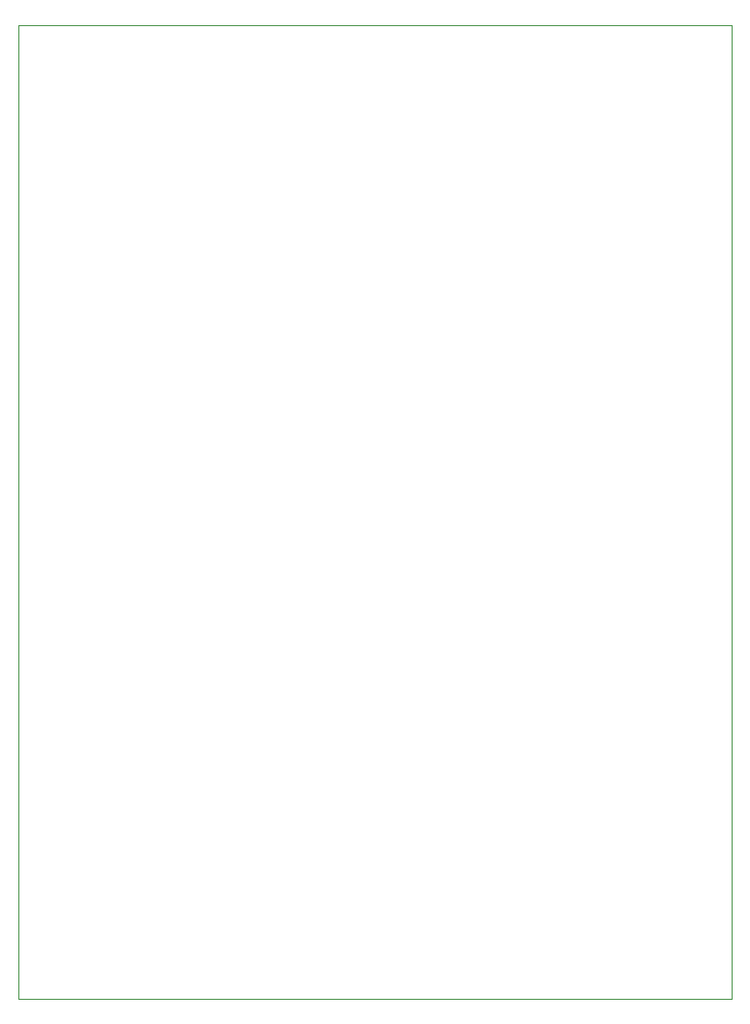
<source format=gm1>
G04 #@! TF.GenerationSoftware,KiCad,Pcbnew,(6.0.1)*
G04 #@! TF.CreationDate,2022-04-27T15:55:04+02:00*
G04 #@! TF.ProjectId,PompController_brian,506f6d70-436f-46e7-9472-6f6c6c65725f,rev?*
G04 #@! TF.SameCoordinates,Original*
G04 #@! TF.FileFunction,Profile,NP*
%FSLAX46Y46*%
G04 Gerber Fmt 4.6, Leading zero omitted, Abs format (unit mm)*
G04 Created by KiCad (PCBNEW (6.0.1)) date 2022-04-27 15:55:04*
%MOMM*%
%LPD*%
G01*
G04 APERTURE LIST*
G04 #@! TA.AperFunction,Profile*
%ADD10C,0.100000*%
G04 #@! TD*
G04 APERTURE END LIST*
D10*
X50800000Y-115200000D02*
X50800000Y-30000000D01*
X50800000Y-30000000D02*
X113200000Y-30000000D01*
X113200000Y-115200000D02*
X113200000Y-30000000D01*
X50800000Y-115200000D02*
X113200000Y-115200000D01*
M02*

</source>
